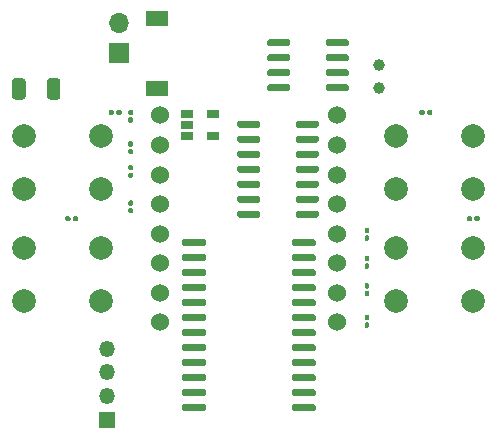
<source format=gbr>
%TF.GenerationSoftware,KiCad,Pcbnew,5.1.10*%
%TF.CreationDate,2021-12-20T15:46:02-06:00*%
%TF.ProjectId,notawatch,6e6f7461-7761-4746-9368-2e6b69636164,rev?*%
%TF.SameCoordinates,Original*%
%TF.FileFunction,Soldermask,Top*%
%TF.FilePolarity,Negative*%
%FSLAX46Y46*%
G04 Gerber Fmt 4.6, Leading zero omitted, Abs format (unit mm)*
G04 Created by KiCad (PCBNEW 5.1.10) date 2021-12-20 15:46:02*
%MOMM*%
%LPD*%
G01*
G04 APERTURE LIST*
%ADD10O,1.350000X1.350000*%
%ADD11R,1.350000X1.350000*%
%ADD12C,1.000000*%
%ADD13C,1.524000*%
%ADD14C,2.000000*%
%ADD15C,0.100000*%
%ADD16R,1.060000X0.650000*%
%ADD17R,1.700000X1.700000*%
%ADD18O,1.700000X1.700000*%
G04 APERTURE END LIST*
%TO.C,C1*%
G36*
G01*
X131950000Y-92650001D02*
X131950000Y-91349999D01*
G75*
G02*
X132199999Y-91100000I249999J0D01*
G01*
X132850001Y-91100000D01*
G75*
G02*
X133100000Y-91349999I0J-249999D01*
G01*
X133100000Y-92650001D01*
G75*
G02*
X132850001Y-92900000I-249999J0D01*
G01*
X132199999Y-92900000D01*
G75*
G02*
X131950000Y-92650001I0J249999D01*
G01*
G37*
G36*
G01*
X134900000Y-92650001D02*
X134900000Y-91349999D01*
G75*
G02*
X135149999Y-91100000I249999J0D01*
G01*
X135800001Y-91100000D01*
G75*
G02*
X136050000Y-91349999I0J-249999D01*
G01*
X136050000Y-92650001D01*
G75*
G02*
X135800001Y-92900000I-249999J0D01*
G01*
X135149999Y-92900000D01*
G75*
G02*
X134900000Y-92650001I0J249999D01*
G01*
G37*
%TD*%
D10*
%TO.C,REF\u002A\u002A*%
X140000000Y-114000000D03*
X140000000Y-116000000D03*
X140000000Y-118000000D03*
D11*
X140000000Y-120000000D03*
%TD*%
%TO.C,U1*%
G36*
G01*
X155975000Y-95150000D02*
X155975000Y-94850000D01*
G75*
G02*
X156125000Y-94700000I150000J0D01*
G01*
X157775000Y-94700000D01*
G75*
G02*
X157925000Y-94850000I0J-150000D01*
G01*
X157925000Y-95150000D01*
G75*
G02*
X157775000Y-95300000I-150000J0D01*
G01*
X156125000Y-95300000D01*
G75*
G02*
X155975000Y-95150000I0J150000D01*
G01*
G37*
G36*
G01*
X155975000Y-96420000D02*
X155975000Y-96120000D01*
G75*
G02*
X156125000Y-95970000I150000J0D01*
G01*
X157775000Y-95970000D01*
G75*
G02*
X157925000Y-96120000I0J-150000D01*
G01*
X157925000Y-96420000D01*
G75*
G02*
X157775000Y-96570000I-150000J0D01*
G01*
X156125000Y-96570000D01*
G75*
G02*
X155975000Y-96420000I0J150000D01*
G01*
G37*
G36*
G01*
X155975000Y-97690000D02*
X155975000Y-97390000D01*
G75*
G02*
X156125000Y-97240000I150000J0D01*
G01*
X157775000Y-97240000D01*
G75*
G02*
X157925000Y-97390000I0J-150000D01*
G01*
X157925000Y-97690000D01*
G75*
G02*
X157775000Y-97840000I-150000J0D01*
G01*
X156125000Y-97840000D01*
G75*
G02*
X155975000Y-97690000I0J150000D01*
G01*
G37*
G36*
G01*
X155975000Y-98960000D02*
X155975000Y-98660000D01*
G75*
G02*
X156125000Y-98510000I150000J0D01*
G01*
X157775000Y-98510000D01*
G75*
G02*
X157925000Y-98660000I0J-150000D01*
G01*
X157925000Y-98960000D01*
G75*
G02*
X157775000Y-99110000I-150000J0D01*
G01*
X156125000Y-99110000D01*
G75*
G02*
X155975000Y-98960000I0J150000D01*
G01*
G37*
G36*
G01*
X155975000Y-100230000D02*
X155975000Y-99930000D01*
G75*
G02*
X156125000Y-99780000I150000J0D01*
G01*
X157775000Y-99780000D01*
G75*
G02*
X157925000Y-99930000I0J-150000D01*
G01*
X157925000Y-100230000D01*
G75*
G02*
X157775000Y-100380000I-150000J0D01*
G01*
X156125000Y-100380000D01*
G75*
G02*
X155975000Y-100230000I0J150000D01*
G01*
G37*
G36*
G01*
X155975000Y-101500000D02*
X155975000Y-101200000D01*
G75*
G02*
X156125000Y-101050000I150000J0D01*
G01*
X157775000Y-101050000D01*
G75*
G02*
X157925000Y-101200000I0J-150000D01*
G01*
X157925000Y-101500000D01*
G75*
G02*
X157775000Y-101650000I-150000J0D01*
G01*
X156125000Y-101650000D01*
G75*
G02*
X155975000Y-101500000I0J150000D01*
G01*
G37*
G36*
G01*
X155975000Y-102770000D02*
X155975000Y-102470000D01*
G75*
G02*
X156125000Y-102320000I150000J0D01*
G01*
X157775000Y-102320000D01*
G75*
G02*
X157925000Y-102470000I0J-150000D01*
G01*
X157925000Y-102770000D01*
G75*
G02*
X157775000Y-102920000I-150000J0D01*
G01*
X156125000Y-102920000D01*
G75*
G02*
X155975000Y-102770000I0J150000D01*
G01*
G37*
G36*
G01*
X151025000Y-102770000D02*
X151025000Y-102470000D01*
G75*
G02*
X151175000Y-102320000I150000J0D01*
G01*
X152825000Y-102320000D01*
G75*
G02*
X152975000Y-102470000I0J-150000D01*
G01*
X152975000Y-102770000D01*
G75*
G02*
X152825000Y-102920000I-150000J0D01*
G01*
X151175000Y-102920000D01*
G75*
G02*
X151025000Y-102770000I0J150000D01*
G01*
G37*
G36*
G01*
X151025000Y-101500000D02*
X151025000Y-101200000D01*
G75*
G02*
X151175000Y-101050000I150000J0D01*
G01*
X152825000Y-101050000D01*
G75*
G02*
X152975000Y-101200000I0J-150000D01*
G01*
X152975000Y-101500000D01*
G75*
G02*
X152825000Y-101650000I-150000J0D01*
G01*
X151175000Y-101650000D01*
G75*
G02*
X151025000Y-101500000I0J150000D01*
G01*
G37*
G36*
G01*
X151025000Y-100230000D02*
X151025000Y-99930000D01*
G75*
G02*
X151175000Y-99780000I150000J0D01*
G01*
X152825000Y-99780000D01*
G75*
G02*
X152975000Y-99930000I0J-150000D01*
G01*
X152975000Y-100230000D01*
G75*
G02*
X152825000Y-100380000I-150000J0D01*
G01*
X151175000Y-100380000D01*
G75*
G02*
X151025000Y-100230000I0J150000D01*
G01*
G37*
G36*
G01*
X151025000Y-98960000D02*
X151025000Y-98660000D01*
G75*
G02*
X151175000Y-98510000I150000J0D01*
G01*
X152825000Y-98510000D01*
G75*
G02*
X152975000Y-98660000I0J-150000D01*
G01*
X152975000Y-98960000D01*
G75*
G02*
X152825000Y-99110000I-150000J0D01*
G01*
X151175000Y-99110000D01*
G75*
G02*
X151025000Y-98960000I0J150000D01*
G01*
G37*
G36*
G01*
X151025000Y-97690000D02*
X151025000Y-97390000D01*
G75*
G02*
X151175000Y-97240000I150000J0D01*
G01*
X152825000Y-97240000D01*
G75*
G02*
X152975000Y-97390000I0J-150000D01*
G01*
X152975000Y-97690000D01*
G75*
G02*
X152825000Y-97840000I-150000J0D01*
G01*
X151175000Y-97840000D01*
G75*
G02*
X151025000Y-97690000I0J150000D01*
G01*
G37*
G36*
G01*
X151025000Y-96420000D02*
X151025000Y-96120000D01*
G75*
G02*
X151175000Y-95970000I150000J0D01*
G01*
X152825000Y-95970000D01*
G75*
G02*
X152975000Y-96120000I0J-150000D01*
G01*
X152975000Y-96420000D01*
G75*
G02*
X152825000Y-96570000I-150000J0D01*
G01*
X151175000Y-96570000D01*
G75*
G02*
X151025000Y-96420000I0J150000D01*
G01*
G37*
G36*
G01*
X151025000Y-95150000D02*
X151025000Y-94850000D01*
G75*
G02*
X151175000Y-94700000I150000J0D01*
G01*
X152825000Y-94700000D01*
G75*
G02*
X152975000Y-94850000I0J-150000D01*
G01*
X152975000Y-95150000D01*
G75*
G02*
X152825000Y-95300000I-150000J0D01*
G01*
X151175000Y-95300000D01*
G75*
G02*
X151025000Y-95150000I0J150000D01*
G01*
G37*
%TD*%
D12*
%TO.C,Y1*%
X163000000Y-90000000D03*
X163000000Y-91900000D03*
%TD*%
D13*
%TO.C,U4*%
X159500000Y-111750000D03*
X159500000Y-109250000D03*
X159500000Y-106750000D03*
X159500000Y-104250000D03*
X159500000Y-94250000D03*
X159500000Y-96750000D03*
X159500000Y-99250000D03*
X159500000Y-101750000D03*
X144500000Y-111750000D03*
X144500000Y-109250000D03*
X144500000Y-106750000D03*
X144500000Y-94250000D03*
X144500000Y-96750000D03*
X144500000Y-99250000D03*
X144500000Y-104250000D03*
X144500000Y-101750000D03*
%TD*%
%TO.C,U3*%
G36*
G01*
X155625000Y-105165000D02*
X155625000Y-104865000D01*
G75*
G02*
X155775000Y-104715000I150000J0D01*
G01*
X157525000Y-104715000D01*
G75*
G02*
X157675000Y-104865000I0J-150000D01*
G01*
X157675000Y-105165000D01*
G75*
G02*
X157525000Y-105315000I-150000J0D01*
G01*
X155775000Y-105315000D01*
G75*
G02*
X155625000Y-105165000I0J150000D01*
G01*
G37*
G36*
G01*
X155625000Y-106435000D02*
X155625000Y-106135000D01*
G75*
G02*
X155775000Y-105985000I150000J0D01*
G01*
X157525000Y-105985000D01*
G75*
G02*
X157675000Y-106135000I0J-150000D01*
G01*
X157675000Y-106435000D01*
G75*
G02*
X157525000Y-106585000I-150000J0D01*
G01*
X155775000Y-106585000D01*
G75*
G02*
X155625000Y-106435000I0J150000D01*
G01*
G37*
G36*
G01*
X155625000Y-107705000D02*
X155625000Y-107405000D01*
G75*
G02*
X155775000Y-107255000I150000J0D01*
G01*
X157525000Y-107255000D01*
G75*
G02*
X157675000Y-107405000I0J-150000D01*
G01*
X157675000Y-107705000D01*
G75*
G02*
X157525000Y-107855000I-150000J0D01*
G01*
X155775000Y-107855000D01*
G75*
G02*
X155625000Y-107705000I0J150000D01*
G01*
G37*
G36*
G01*
X155625000Y-108975000D02*
X155625000Y-108675000D01*
G75*
G02*
X155775000Y-108525000I150000J0D01*
G01*
X157525000Y-108525000D01*
G75*
G02*
X157675000Y-108675000I0J-150000D01*
G01*
X157675000Y-108975000D01*
G75*
G02*
X157525000Y-109125000I-150000J0D01*
G01*
X155775000Y-109125000D01*
G75*
G02*
X155625000Y-108975000I0J150000D01*
G01*
G37*
G36*
G01*
X155625000Y-110245000D02*
X155625000Y-109945000D01*
G75*
G02*
X155775000Y-109795000I150000J0D01*
G01*
X157525000Y-109795000D01*
G75*
G02*
X157675000Y-109945000I0J-150000D01*
G01*
X157675000Y-110245000D01*
G75*
G02*
X157525000Y-110395000I-150000J0D01*
G01*
X155775000Y-110395000D01*
G75*
G02*
X155625000Y-110245000I0J150000D01*
G01*
G37*
G36*
G01*
X155625000Y-111515000D02*
X155625000Y-111215000D01*
G75*
G02*
X155775000Y-111065000I150000J0D01*
G01*
X157525000Y-111065000D01*
G75*
G02*
X157675000Y-111215000I0J-150000D01*
G01*
X157675000Y-111515000D01*
G75*
G02*
X157525000Y-111665000I-150000J0D01*
G01*
X155775000Y-111665000D01*
G75*
G02*
X155625000Y-111515000I0J150000D01*
G01*
G37*
G36*
G01*
X155625000Y-112785000D02*
X155625000Y-112485000D01*
G75*
G02*
X155775000Y-112335000I150000J0D01*
G01*
X157525000Y-112335000D01*
G75*
G02*
X157675000Y-112485000I0J-150000D01*
G01*
X157675000Y-112785000D01*
G75*
G02*
X157525000Y-112935000I-150000J0D01*
G01*
X155775000Y-112935000D01*
G75*
G02*
X155625000Y-112785000I0J150000D01*
G01*
G37*
G36*
G01*
X155625000Y-114055000D02*
X155625000Y-113755000D01*
G75*
G02*
X155775000Y-113605000I150000J0D01*
G01*
X157525000Y-113605000D01*
G75*
G02*
X157675000Y-113755000I0J-150000D01*
G01*
X157675000Y-114055000D01*
G75*
G02*
X157525000Y-114205000I-150000J0D01*
G01*
X155775000Y-114205000D01*
G75*
G02*
X155625000Y-114055000I0J150000D01*
G01*
G37*
G36*
G01*
X155625000Y-115325000D02*
X155625000Y-115025000D01*
G75*
G02*
X155775000Y-114875000I150000J0D01*
G01*
X157525000Y-114875000D01*
G75*
G02*
X157675000Y-115025000I0J-150000D01*
G01*
X157675000Y-115325000D01*
G75*
G02*
X157525000Y-115475000I-150000J0D01*
G01*
X155775000Y-115475000D01*
G75*
G02*
X155625000Y-115325000I0J150000D01*
G01*
G37*
G36*
G01*
X155625000Y-116595000D02*
X155625000Y-116295000D01*
G75*
G02*
X155775000Y-116145000I150000J0D01*
G01*
X157525000Y-116145000D01*
G75*
G02*
X157675000Y-116295000I0J-150000D01*
G01*
X157675000Y-116595000D01*
G75*
G02*
X157525000Y-116745000I-150000J0D01*
G01*
X155775000Y-116745000D01*
G75*
G02*
X155625000Y-116595000I0J150000D01*
G01*
G37*
G36*
G01*
X155625000Y-117865000D02*
X155625000Y-117565000D01*
G75*
G02*
X155775000Y-117415000I150000J0D01*
G01*
X157525000Y-117415000D01*
G75*
G02*
X157675000Y-117565000I0J-150000D01*
G01*
X157675000Y-117865000D01*
G75*
G02*
X157525000Y-118015000I-150000J0D01*
G01*
X155775000Y-118015000D01*
G75*
G02*
X155625000Y-117865000I0J150000D01*
G01*
G37*
G36*
G01*
X155625000Y-119135000D02*
X155625000Y-118835000D01*
G75*
G02*
X155775000Y-118685000I150000J0D01*
G01*
X157525000Y-118685000D01*
G75*
G02*
X157675000Y-118835000I0J-150000D01*
G01*
X157675000Y-119135000D01*
G75*
G02*
X157525000Y-119285000I-150000J0D01*
G01*
X155775000Y-119285000D01*
G75*
G02*
X155625000Y-119135000I0J150000D01*
G01*
G37*
G36*
G01*
X146325000Y-119135000D02*
X146325000Y-118835000D01*
G75*
G02*
X146475000Y-118685000I150000J0D01*
G01*
X148225000Y-118685000D01*
G75*
G02*
X148375000Y-118835000I0J-150000D01*
G01*
X148375000Y-119135000D01*
G75*
G02*
X148225000Y-119285000I-150000J0D01*
G01*
X146475000Y-119285000D01*
G75*
G02*
X146325000Y-119135000I0J150000D01*
G01*
G37*
G36*
G01*
X146325000Y-117865000D02*
X146325000Y-117565000D01*
G75*
G02*
X146475000Y-117415000I150000J0D01*
G01*
X148225000Y-117415000D01*
G75*
G02*
X148375000Y-117565000I0J-150000D01*
G01*
X148375000Y-117865000D01*
G75*
G02*
X148225000Y-118015000I-150000J0D01*
G01*
X146475000Y-118015000D01*
G75*
G02*
X146325000Y-117865000I0J150000D01*
G01*
G37*
G36*
G01*
X146325000Y-116595000D02*
X146325000Y-116295000D01*
G75*
G02*
X146475000Y-116145000I150000J0D01*
G01*
X148225000Y-116145000D01*
G75*
G02*
X148375000Y-116295000I0J-150000D01*
G01*
X148375000Y-116595000D01*
G75*
G02*
X148225000Y-116745000I-150000J0D01*
G01*
X146475000Y-116745000D01*
G75*
G02*
X146325000Y-116595000I0J150000D01*
G01*
G37*
G36*
G01*
X146325000Y-115325000D02*
X146325000Y-115025000D01*
G75*
G02*
X146475000Y-114875000I150000J0D01*
G01*
X148225000Y-114875000D01*
G75*
G02*
X148375000Y-115025000I0J-150000D01*
G01*
X148375000Y-115325000D01*
G75*
G02*
X148225000Y-115475000I-150000J0D01*
G01*
X146475000Y-115475000D01*
G75*
G02*
X146325000Y-115325000I0J150000D01*
G01*
G37*
G36*
G01*
X146325000Y-114055000D02*
X146325000Y-113755000D01*
G75*
G02*
X146475000Y-113605000I150000J0D01*
G01*
X148225000Y-113605000D01*
G75*
G02*
X148375000Y-113755000I0J-150000D01*
G01*
X148375000Y-114055000D01*
G75*
G02*
X148225000Y-114205000I-150000J0D01*
G01*
X146475000Y-114205000D01*
G75*
G02*
X146325000Y-114055000I0J150000D01*
G01*
G37*
G36*
G01*
X146325000Y-112785000D02*
X146325000Y-112485000D01*
G75*
G02*
X146475000Y-112335000I150000J0D01*
G01*
X148225000Y-112335000D01*
G75*
G02*
X148375000Y-112485000I0J-150000D01*
G01*
X148375000Y-112785000D01*
G75*
G02*
X148225000Y-112935000I-150000J0D01*
G01*
X146475000Y-112935000D01*
G75*
G02*
X146325000Y-112785000I0J150000D01*
G01*
G37*
G36*
G01*
X146325000Y-111515000D02*
X146325000Y-111215000D01*
G75*
G02*
X146475000Y-111065000I150000J0D01*
G01*
X148225000Y-111065000D01*
G75*
G02*
X148375000Y-111215000I0J-150000D01*
G01*
X148375000Y-111515000D01*
G75*
G02*
X148225000Y-111665000I-150000J0D01*
G01*
X146475000Y-111665000D01*
G75*
G02*
X146325000Y-111515000I0J150000D01*
G01*
G37*
G36*
G01*
X146325000Y-110245000D02*
X146325000Y-109945000D01*
G75*
G02*
X146475000Y-109795000I150000J0D01*
G01*
X148225000Y-109795000D01*
G75*
G02*
X148375000Y-109945000I0J-150000D01*
G01*
X148375000Y-110245000D01*
G75*
G02*
X148225000Y-110395000I-150000J0D01*
G01*
X146475000Y-110395000D01*
G75*
G02*
X146325000Y-110245000I0J150000D01*
G01*
G37*
G36*
G01*
X146325000Y-108975000D02*
X146325000Y-108675000D01*
G75*
G02*
X146475000Y-108525000I150000J0D01*
G01*
X148225000Y-108525000D01*
G75*
G02*
X148375000Y-108675000I0J-150000D01*
G01*
X148375000Y-108975000D01*
G75*
G02*
X148225000Y-109125000I-150000J0D01*
G01*
X146475000Y-109125000D01*
G75*
G02*
X146325000Y-108975000I0J150000D01*
G01*
G37*
G36*
G01*
X146325000Y-107705000D02*
X146325000Y-107405000D01*
G75*
G02*
X146475000Y-107255000I150000J0D01*
G01*
X148225000Y-107255000D01*
G75*
G02*
X148375000Y-107405000I0J-150000D01*
G01*
X148375000Y-107705000D01*
G75*
G02*
X148225000Y-107855000I-150000J0D01*
G01*
X146475000Y-107855000D01*
G75*
G02*
X146325000Y-107705000I0J150000D01*
G01*
G37*
G36*
G01*
X146325000Y-106435000D02*
X146325000Y-106135000D01*
G75*
G02*
X146475000Y-105985000I150000J0D01*
G01*
X148225000Y-105985000D01*
G75*
G02*
X148375000Y-106135000I0J-150000D01*
G01*
X148375000Y-106435000D01*
G75*
G02*
X148225000Y-106585000I-150000J0D01*
G01*
X146475000Y-106585000D01*
G75*
G02*
X146325000Y-106435000I0J150000D01*
G01*
G37*
G36*
G01*
X146325000Y-105165000D02*
X146325000Y-104865000D01*
G75*
G02*
X146475000Y-104715000I150000J0D01*
G01*
X148225000Y-104715000D01*
G75*
G02*
X148375000Y-104865000I0J-150000D01*
G01*
X148375000Y-105165000D01*
G75*
G02*
X148225000Y-105315000I-150000J0D01*
G01*
X146475000Y-105315000D01*
G75*
G02*
X146325000Y-105165000I0J150000D01*
G01*
G37*
%TD*%
%TO.C,U2*%
G36*
G01*
X160450000Y-91755000D02*
X160450000Y-92055000D01*
G75*
G02*
X160300000Y-92205000I-150000J0D01*
G01*
X158650000Y-92205000D01*
G75*
G02*
X158500000Y-92055000I0J150000D01*
G01*
X158500000Y-91755000D01*
G75*
G02*
X158650000Y-91605000I150000J0D01*
G01*
X160300000Y-91605000D01*
G75*
G02*
X160450000Y-91755000I0J-150000D01*
G01*
G37*
G36*
G01*
X160450000Y-90485000D02*
X160450000Y-90785000D01*
G75*
G02*
X160300000Y-90935000I-150000J0D01*
G01*
X158650000Y-90935000D01*
G75*
G02*
X158500000Y-90785000I0J150000D01*
G01*
X158500000Y-90485000D01*
G75*
G02*
X158650000Y-90335000I150000J0D01*
G01*
X160300000Y-90335000D01*
G75*
G02*
X160450000Y-90485000I0J-150000D01*
G01*
G37*
G36*
G01*
X160450000Y-89215000D02*
X160450000Y-89515000D01*
G75*
G02*
X160300000Y-89665000I-150000J0D01*
G01*
X158650000Y-89665000D01*
G75*
G02*
X158500000Y-89515000I0J150000D01*
G01*
X158500000Y-89215000D01*
G75*
G02*
X158650000Y-89065000I150000J0D01*
G01*
X160300000Y-89065000D01*
G75*
G02*
X160450000Y-89215000I0J-150000D01*
G01*
G37*
G36*
G01*
X160450000Y-87945000D02*
X160450000Y-88245000D01*
G75*
G02*
X160300000Y-88395000I-150000J0D01*
G01*
X158650000Y-88395000D01*
G75*
G02*
X158500000Y-88245000I0J150000D01*
G01*
X158500000Y-87945000D01*
G75*
G02*
X158650000Y-87795000I150000J0D01*
G01*
X160300000Y-87795000D01*
G75*
G02*
X160450000Y-87945000I0J-150000D01*
G01*
G37*
G36*
G01*
X155500000Y-87945000D02*
X155500000Y-88245000D01*
G75*
G02*
X155350000Y-88395000I-150000J0D01*
G01*
X153700000Y-88395000D01*
G75*
G02*
X153550000Y-88245000I0J150000D01*
G01*
X153550000Y-87945000D01*
G75*
G02*
X153700000Y-87795000I150000J0D01*
G01*
X155350000Y-87795000D01*
G75*
G02*
X155500000Y-87945000I0J-150000D01*
G01*
G37*
G36*
G01*
X155500000Y-89215000D02*
X155500000Y-89515000D01*
G75*
G02*
X155350000Y-89665000I-150000J0D01*
G01*
X153700000Y-89665000D01*
G75*
G02*
X153550000Y-89515000I0J150000D01*
G01*
X153550000Y-89215000D01*
G75*
G02*
X153700000Y-89065000I150000J0D01*
G01*
X155350000Y-89065000D01*
G75*
G02*
X155500000Y-89215000I0J-150000D01*
G01*
G37*
G36*
G01*
X155500000Y-90485000D02*
X155500000Y-90785000D01*
G75*
G02*
X155350000Y-90935000I-150000J0D01*
G01*
X153700000Y-90935000D01*
G75*
G02*
X153550000Y-90785000I0J150000D01*
G01*
X153550000Y-90485000D01*
G75*
G02*
X153700000Y-90335000I150000J0D01*
G01*
X155350000Y-90335000D01*
G75*
G02*
X155500000Y-90485000I0J-150000D01*
G01*
G37*
G36*
G01*
X155500000Y-91755000D02*
X155500000Y-92055000D01*
G75*
G02*
X155350000Y-92205000I-150000J0D01*
G01*
X153700000Y-92205000D01*
G75*
G02*
X153550000Y-92055000I0J150000D01*
G01*
X153550000Y-91755000D01*
G75*
G02*
X153700000Y-91605000I150000J0D01*
G01*
X155350000Y-91605000D01*
G75*
G02*
X155500000Y-91755000I0J-150000D01*
G01*
G37*
%TD*%
D14*
%TO.C,SW4*%
X171000000Y-105500000D03*
X171000000Y-110000000D03*
X164500000Y-105500000D03*
X164500000Y-110000000D03*
%TD*%
%TO.C,SW3*%
X171000000Y-96000000D03*
X171000000Y-100500000D03*
X164500000Y-96000000D03*
X164500000Y-100500000D03*
%TD*%
%TO.C,SW2*%
X139500000Y-105500000D03*
X139500000Y-110000000D03*
X133000000Y-105500000D03*
X133000000Y-110000000D03*
%TD*%
%TO.C,SW1*%
X139500000Y-96000000D03*
X139500000Y-100500000D03*
X133000000Y-96000000D03*
X133000000Y-100500000D03*
%TD*%
%TO.C,R12*%
G36*
G01*
X161900000Y-109090000D02*
X162100000Y-109090000D01*
G75*
G02*
X162200000Y-109190000I0J-100000D01*
G01*
X162200000Y-109450000D01*
G75*
G02*
X162100000Y-109550000I-100000J0D01*
G01*
X161900000Y-109550000D01*
G75*
G02*
X161800000Y-109450000I0J100000D01*
G01*
X161800000Y-109190000D01*
G75*
G02*
X161900000Y-109090000I100000J0D01*
G01*
G37*
G36*
G01*
X161900000Y-108450000D02*
X162100000Y-108450000D01*
G75*
G02*
X162200000Y-108550000I0J-100000D01*
G01*
X162200000Y-108810000D01*
G75*
G02*
X162100000Y-108910000I-100000J0D01*
G01*
X161900000Y-108910000D01*
G75*
G02*
X161800000Y-108810000I0J100000D01*
G01*
X161800000Y-108550000D01*
G75*
G02*
X161900000Y-108450000I100000J0D01*
G01*
G37*
%TD*%
%TO.C,R11*%
G36*
G01*
X162100000Y-104230000D02*
X161900000Y-104230000D01*
G75*
G02*
X161800000Y-104130000I0J100000D01*
G01*
X161800000Y-103870000D01*
G75*
G02*
X161900000Y-103770000I100000J0D01*
G01*
X162100000Y-103770000D01*
G75*
G02*
X162200000Y-103870000I0J-100000D01*
G01*
X162200000Y-104130000D01*
G75*
G02*
X162100000Y-104230000I-100000J0D01*
G01*
G37*
G36*
G01*
X162100000Y-104870000D02*
X161900000Y-104870000D01*
G75*
G02*
X161800000Y-104770000I0J100000D01*
G01*
X161800000Y-104510000D01*
G75*
G02*
X161900000Y-104410000I100000J0D01*
G01*
X162100000Y-104410000D01*
G75*
G02*
X162200000Y-104510000I0J-100000D01*
G01*
X162200000Y-104770000D01*
G75*
G02*
X162100000Y-104870000I-100000J0D01*
G01*
G37*
%TD*%
%TO.C,R10*%
G36*
G01*
X161900000Y-111770000D02*
X162100000Y-111770000D01*
G75*
G02*
X162200000Y-111870000I0J-100000D01*
G01*
X162200000Y-112130000D01*
G75*
G02*
X162100000Y-112230000I-100000J0D01*
G01*
X161900000Y-112230000D01*
G75*
G02*
X161800000Y-112130000I0J100000D01*
G01*
X161800000Y-111870000D01*
G75*
G02*
X161900000Y-111770000I100000J0D01*
G01*
G37*
G36*
G01*
X161900000Y-111130000D02*
X162100000Y-111130000D01*
G75*
G02*
X162200000Y-111230000I0J-100000D01*
G01*
X162200000Y-111490000D01*
G75*
G02*
X162100000Y-111590000I-100000J0D01*
G01*
X161900000Y-111590000D01*
G75*
G02*
X161800000Y-111490000I0J100000D01*
G01*
X161800000Y-111230000D01*
G75*
G02*
X161900000Y-111130000I100000J0D01*
G01*
G37*
%TD*%
%TO.C,R9*%
G36*
G01*
X161900000Y-106770000D02*
X162100000Y-106770000D01*
G75*
G02*
X162200000Y-106870000I0J-100000D01*
G01*
X162200000Y-107130000D01*
G75*
G02*
X162100000Y-107230000I-100000J0D01*
G01*
X161900000Y-107230000D01*
G75*
G02*
X161800000Y-107130000I0J100000D01*
G01*
X161800000Y-106870000D01*
G75*
G02*
X161900000Y-106770000I100000J0D01*
G01*
G37*
G36*
G01*
X161900000Y-106130000D02*
X162100000Y-106130000D01*
G75*
G02*
X162200000Y-106230000I0J-100000D01*
G01*
X162200000Y-106490000D01*
G75*
G02*
X162100000Y-106590000I-100000J0D01*
G01*
X161900000Y-106590000D01*
G75*
G02*
X161800000Y-106490000I0J100000D01*
G01*
X161800000Y-106230000D01*
G75*
G02*
X161900000Y-106130000I100000J0D01*
G01*
G37*
%TD*%
%TO.C,R8*%
G36*
G01*
X141900000Y-99090000D02*
X142100000Y-99090000D01*
G75*
G02*
X142200000Y-99190000I0J-100000D01*
G01*
X142200000Y-99450000D01*
G75*
G02*
X142100000Y-99550000I-100000J0D01*
G01*
X141900000Y-99550000D01*
G75*
G02*
X141800000Y-99450000I0J100000D01*
G01*
X141800000Y-99190000D01*
G75*
G02*
X141900000Y-99090000I100000J0D01*
G01*
G37*
G36*
G01*
X141900000Y-98450000D02*
X142100000Y-98450000D01*
G75*
G02*
X142200000Y-98550000I0J-100000D01*
G01*
X142200000Y-98810000D01*
G75*
G02*
X142100000Y-98910000I-100000J0D01*
G01*
X141900000Y-98910000D01*
G75*
G02*
X141800000Y-98810000I0J100000D01*
G01*
X141800000Y-98550000D01*
G75*
G02*
X141900000Y-98450000I100000J0D01*
G01*
G37*
%TD*%
%TO.C,R7*%
G36*
G01*
X141900000Y-94410000D02*
X142100000Y-94410000D01*
G75*
G02*
X142200000Y-94510000I0J-100000D01*
G01*
X142200000Y-94770000D01*
G75*
G02*
X142100000Y-94870000I-100000J0D01*
G01*
X141900000Y-94870000D01*
G75*
G02*
X141800000Y-94770000I0J100000D01*
G01*
X141800000Y-94510000D01*
G75*
G02*
X141900000Y-94410000I100000J0D01*
G01*
G37*
G36*
G01*
X141900000Y-93770000D02*
X142100000Y-93770000D01*
G75*
G02*
X142200000Y-93870000I0J-100000D01*
G01*
X142200000Y-94130000D01*
G75*
G02*
X142100000Y-94230000I-100000J0D01*
G01*
X141900000Y-94230000D01*
G75*
G02*
X141800000Y-94130000I0J100000D01*
G01*
X141800000Y-93870000D01*
G75*
G02*
X141900000Y-93770000I100000J0D01*
G01*
G37*
%TD*%
%TO.C,R6*%
G36*
G01*
X141900000Y-102090000D02*
X142100000Y-102090000D01*
G75*
G02*
X142200000Y-102190000I0J-100000D01*
G01*
X142200000Y-102450000D01*
G75*
G02*
X142100000Y-102550000I-100000J0D01*
G01*
X141900000Y-102550000D01*
G75*
G02*
X141800000Y-102450000I0J100000D01*
G01*
X141800000Y-102190000D01*
G75*
G02*
X141900000Y-102090000I100000J0D01*
G01*
G37*
G36*
G01*
X141900000Y-101450000D02*
X142100000Y-101450000D01*
G75*
G02*
X142200000Y-101550000I0J-100000D01*
G01*
X142200000Y-101810000D01*
G75*
G02*
X142100000Y-101910000I-100000J0D01*
G01*
X141900000Y-101910000D01*
G75*
G02*
X141800000Y-101810000I0J100000D01*
G01*
X141800000Y-101550000D01*
G75*
G02*
X141900000Y-101450000I100000J0D01*
G01*
G37*
%TD*%
%TO.C,R5*%
G36*
G01*
X141900000Y-97090000D02*
X142100000Y-97090000D01*
G75*
G02*
X142200000Y-97190000I0J-100000D01*
G01*
X142200000Y-97450000D01*
G75*
G02*
X142100000Y-97550000I-100000J0D01*
G01*
X141900000Y-97550000D01*
G75*
G02*
X141800000Y-97450000I0J100000D01*
G01*
X141800000Y-97190000D01*
G75*
G02*
X141900000Y-97090000I100000J0D01*
G01*
G37*
G36*
G01*
X141900000Y-96450000D02*
X142100000Y-96450000D01*
G75*
G02*
X142200000Y-96550000I0J-100000D01*
G01*
X142200000Y-96810000D01*
G75*
G02*
X142100000Y-96910000I-100000J0D01*
G01*
X141900000Y-96910000D01*
G75*
G02*
X141800000Y-96810000I0J100000D01*
G01*
X141800000Y-96550000D01*
G75*
G02*
X141900000Y-96450000I100000J0D01*
G01*
G37*
%TD*%
%TO.C,R4*%
G36*
G01*
X171090000Y-103100000D02*
X171090000Y-102900000D01*
G75*
G02*
X171190000Y-102800000I100000J0D01*
G01*
X171450000Y-102800000D01*
G75*
G02*
X171550000Y-102900000I0J-100000D01*
G01*
X171550000Y-103100000D01*
G75*
G02*
X171450000Y-103200000I-100000J0D01*
G01*
X171190000Y-103200000D01*
G75*
G02*
X171090000Y-103100000I0J100000D01*
G01*
G37*
G36*
G01*
X170450000Y-103100000D02*
X170450000Y-102900000D01*
G75*
G02*
X170550000Y-102800000I100000J0D01*
G01*
X170810000Y-102800000D01*
G75*
G02*
X170910000Y-102900000I0J-100000D01*
G01*
X170910000Y-103100000D01*
G75*
G02*
X170810000Y-103200000I-100000J0D01*
G01*
X170550000Y-103200000D01*
G75*
G02*
X170450000Y-103100000I0J100000D01*
G01*
G37*
%TD*%
%TO.C,R3*%
G36*
G01*
X166910000Y-93900000D02*
X166910000Y-94100000D01*
G75*
G02*
X166810000Y-94200000I-100000J0D01*
G01*
X166550000Y-94200000D01*
G75*
G02*
X166450000Y-94100000I0J100000D01*
G01*
X166450000Y-93900000D01*
G75*
G02*
X166550000Y-93800000I100000J0D01*
G01*
X166810000Y-93800000D01*
G75*
G02*
X166910000Y-93900000I0J-100000D01*
G01*
G37*
G36*
G01*
X167550000Y-93900000D02*
X167550000Y-94100000D01*
G75*
G02*
X167450000Y-94200000I-100000J0D01*
G01*
X167190000Y-94200000D01*
G75*
G02*
X167090000Y-94100000I0J100000D01*
G01*
X167090000Y-93900000D01*
G75*
G02*
X167190000Y-93800000I100000J0D01*
G01*
X167450000Y-93800000D01*
G75*
G02*
X167550000Y-93900000I0J-100000D01*
G01*
G37*
%TD*%
%TO.C,R2*%
G36*
G01*
X140770000Y-94100000D02*
X140770000Y-93900000D01*
G75*
G02*
X140870000Y-93800000I100000J0D01*
G01*
X141130000Y-93800000D01*
G75*
G02*
X141230000Y-93900000I0J-100000D01*
G01*
X141230000Y-94100000D01*
G75*
G02*
X141130000Y-94200000I-100000J0D01*
G01*
X140870000Y-94200000D01*
G75*
G02*
X140770000Y-94100000I0J100000D01*
G01*
G37*
G36*
G01*
X140130000Y-94100000D02*
X140130000Y-93900000D01*
G75*
G02*
X140230000Y-93800000I100000J0D01*
G01*
X140490000Y-93800000D01*
G75*
G02*
X140590000Y-93900000I0J-100000D01*
G01*
X140590000Y-94100000D01*
G75*
G02*
X140490000Y-94200000I-100000J0D01*
G01*
X140230000Y-94200000D01*
G75*
G02*
X140130000Y-94100000I0J100000D01*
G01*
G37*
%TD*%
%TO.C,R1*%
G36*
G01*
X137090000Y-103100000D02*
X137090000Y-102900000D01*
G75*
G02*
X137190000Y-102800000I100000J0D01*
G01*
X137450000Y-102800000D01*
G75*
G02*
X137550000Y-102900000I0J-100000D01*
G01*
X137550000Y-103100000D01*
G75*
G02*
X137450000Y-103200000I-100000J0D01*
G01*
X137190000Y-103200000D01*
G75*
G02*
X137090000Y-103100000I0J100000D01*
G01*
G37*
G36*
G01*
X136450000Y-103100000D02*
X136450000Y-102900000D01*
G75*
G02*
X136550000Y-102800000I100000J0D01*
G01*
X136810000Y-102800000D01*
G75*
G02*
X136910000Y-102900000I0J-100000D01*
G01*
X136910000Y-103100000D01*
G75*
G02*
X136810000Y-103200000I-100000J0D01*
G01*
X136550000Y-103200000D01*
G75*
G02*
X136450000Y-103100000I0J100000D01*
G01*
G37*
%TD*%
D15*
%TO.C,BZ1*%
G36*
X145109755Y-91350961D02*
G01*
X145119134Y-91353806D01*
X145127779Y-91358427D01*
X145135355Y-91364645D01*
X145141573Y-91372221D01*
X145146194Y-91380866D01*
X145149039Y-91390245D01*
X145150000Y-91400000D01*
X145150000Y-92550000D01*
X145149039Y-92559755D01*
X145146194Y-92569134D01*
X145141573Y-92577779D01*
X145135355Y-92585355D01*
X145127779Y-92591573D01*
X145119134Y-92596194D01*
X145109755Y-92599039D01*
X145100000Y-92600000D01*
X143320000Y-92600000D01*
X143310245Y-92599039D01*
X143300866Y-92596194D01*
X143292221Y-92591573D01*
X143284645Y-92585355D01*
X143278427Y-92577779D01*
X143273806Y-92569134D01*
X143270961Y-92559755D01*
X143270000Y-92550000D01*
X143270000Y-91400000D01*
X143270961Y-91390245D01*
X143273806Y-91380866D01*
X143278427Y-91372221D01*
X143284645Y-91364645D01*
X143292221Y-91358427D01*
X143300866Y-91353806D01*
X143310245Y-91350961D01*
X143320000Y-91350000D01*
X145100000Y-91350000D01*
X145109755Y-91350961D01*
G37*
G36*
X145109755Y-85400961D02*
G01*
X145119134Y-85403806D01*
X145127779Y-85408427D01*
X145135355Y-85414645D01*
X145141573Y-85422221D01*
X145146194Y-85430866D01*
X145149039Y-85440245D01*
X145150000Y-85450000D01*
X145150000Y-86600000D01*
X145149039Y-86609755D01*
X145146194Y-86619134D01*
X145141573Y-86627779D01*
X145135355Y-86635355D01*
X145127779Y-86641573D01*
X145119134Y-86646194D01*
X145109755Y-86649039D01*
X145100000Y-86650000D01*
X143320000Y-86650000D01*
X143310245Y-86649039D01*
X143300866Y-86646194D01*
X143292221Y-86641573D01*
X143284645Y-86635355D01*
X143278427Y-86627779D01*
X143273806Y-86619134D01*
X143270961Y-86609755D01*
X143270000Y-86600000D01*
X143270000Y-85450000D01*
X143270961Y-85440245D01*
X143273806Y-85430866D01*
X143278427Y-85422221D01*
X143284645Y-85414645D01*
X143292221Y-85408427D01*
X143300866Y-85403806D01*
X143310245Y-85400961D01*
X143320000Y-85400000D01*
X145100000Y-85400000D01*
X145109755Y-85400961D01*
G37*
%TD*%
D16*
%TO.C,U5*%
X146800000Y-94100000D03*
X146800000Y-95050000D03*
X146800000Y-96000000D03*
X149000000Y-96000000D03*
X149000000Y-94100000D03*
%TD*%
D17*
%TO.C,BT1*%
X141000000Y-89000000D03*
D18*
X141000000Y-86460000D03*
%TD*%
M02*

</source>
